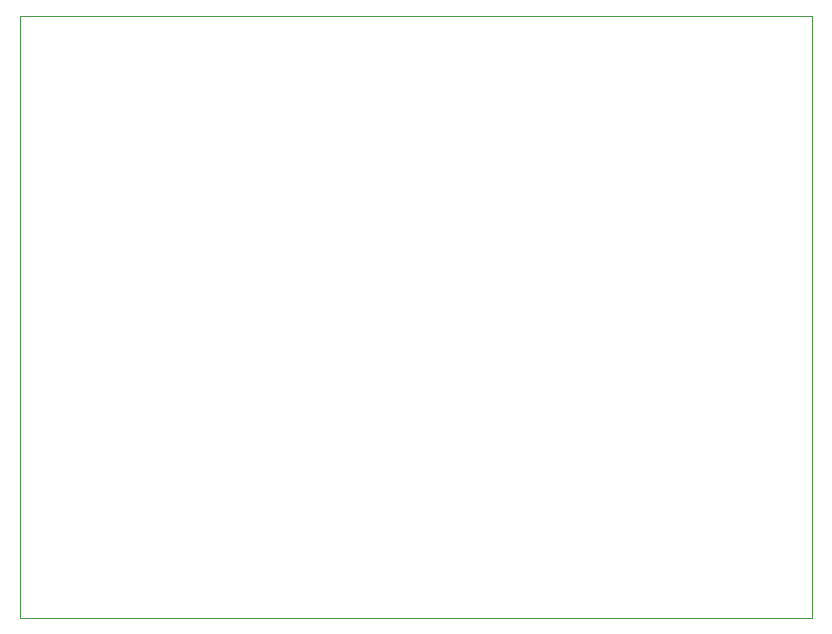
<source format=gbr>
%TF.GenerationSoftware,KiCad,Pcbnew,7.0.9-7.0.9~ubuntu20.04.1*%
%TF.CreationDate,2023-12-26T21:31:22+01:00*%
%TF.ProjectId,6303_PLCC_Addon,36333033-5f50-44c4-9343-5f4164646f6e,rev?*%
%TF.SameCoordinates,Original*%
%TF.FileFunction,Profile,NP*%
%FSLAX46Y46*%
G04 Gerber Fmt 4.6, Leading zero omitted, Abs format (unit mm)*
G04 Created by KiCad (PCBNEW 7.0.9-7.0.9~ubuntu20.04.1) date 2023-12-26 21:31:22*
%MOMM*%
%LPD*%
G01*
G04 APERTURE LIST*
%TA.AperFunction,Profile*%
%ADD10C,0.100000*%
%TD*%
G04 APERTURE END LIST*
D10*
X159000000Y-35000000D02*
X226000000Y-35000000D01*
X226000000Y-86000000D01*
X159000000Y-86000000D01*
X159000000Y-35000000D01*
M02*

</source>
